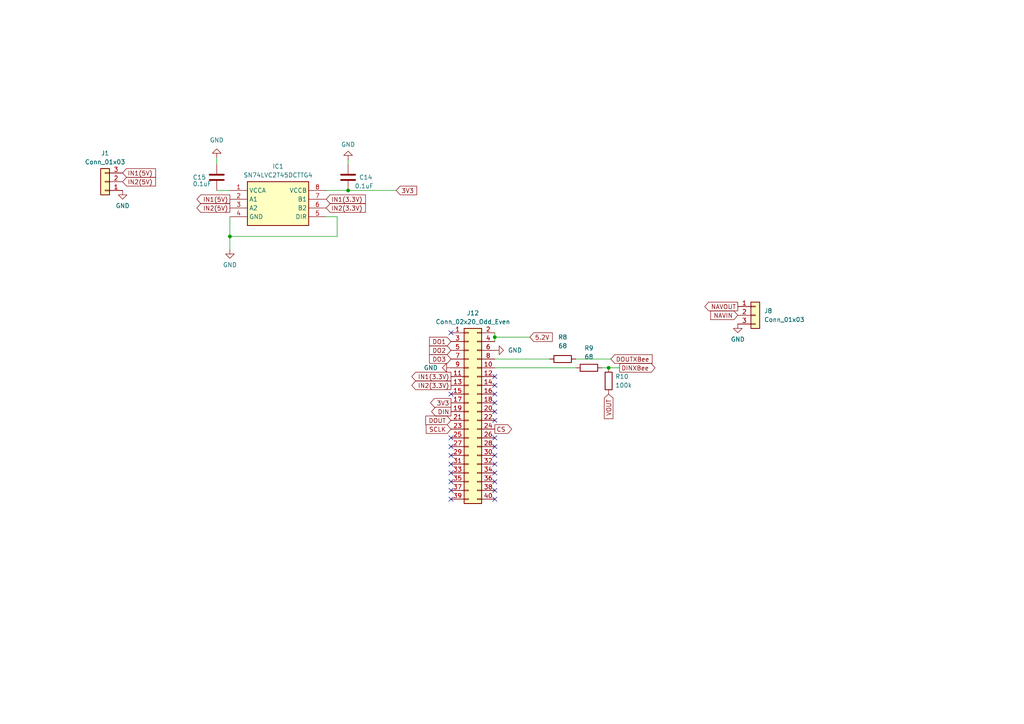
<source format=kicad_sch>
(kicad_sch (version 20230121) (generator eeschema)
  (paper "A4")
  (lib_symbols
    (symbol "Connector_Generic:Conn_01x03" (pin_names (offset 1.016) hide)
      (property "Reference" "J" (at 0 5.08 0))
      (property "Value" "Conn_01x03" (at 0 -5.08 0))
      (symbol "Conn_01x03_1_1"
        (rectangle (start -1.27 -2.413) (end 0 -2.667) (stroke (width 0.1524)))
        (rectangle (start -1.27 0.127) (end 0 -0.127) (stroke (width 0.1524)))
        (rectangle (start -1.27 2.667) (end 0 2.413) (stroke (width 0.1524)))
        (rectangle (start -1.27 3.81) (end 1.27 -3.81) (stroke (width 0.254)) (fill (type background)))
        (pin passive line (at -5.08 2.54 0) (length 3.81) (name "Pin_1") (number "1"))
        (pin passive line (at -5.08 0 0) (length 3.81) (name "Pin_2") (number "2"))
        (pin passive line (at -5.08 -2.54 0) (length 3.81) (name "Pin_3") (number "3"))
      )
    )
    (symbol "Connector_Generic:Conn_02x20_Odd_Even" (pin_names (offset 1.016) hide)
      (property "Reference" "J" (at 1.27 25.4 0))
      (property "Value" "Conn_02x20_Odd_Even" (at 1.27 -27.94 0))
      (symbol "Conn_02x20_Odd_Even_1_1"
        (rectangle (start -1.27 -25.273) (end 0 -25.527) (stroke (width 0.1524)))
        (rectangle (start -1.27 -22.733) (end 0 -22.987) (stroke (width 0.1524)))
        (rectangle (start -1.27 -20.193) (end 0 -20.447) (stroke (width 0.1524)))
        (rectangle (start -1.27 -17.653) (end 0 -17.907) (stroke (width 0.1524)))
        (rectangle (start -1.27 -15.113) (end 0 -15.367) (stroke (width 0.1524)))
        (rectangle (start -1.27 -12.573) (end 0 -12.827) (stroke (width 0.1524)))
        (rectangle (start -1.27 -10.033) (end 0 -10.287) (stroke (width 0.1524)))
        (rectangle (start -1.27 -7.493) (end 0 -7.747) (stroke (width 0.1524)))
        (rectangle (start -1.27 -4.953) (end 0 -5.207) (stroke (width 0.1524)))
        (rectangle (start -1.27 -2.413) (end 0 -2.667) (stroke (width 0.1524)))
        (rectangle (start -1.27 0.127) (end 0 -0.127) (stroke (width 0.1524)))
        (rectangle (start -1.27 2.667) (end 0 2.413) (stroke (width 0.1524)))
        (rectangle (start -1.27 5.207) (end 0 4.953) (stroke (width 0.1524)))
        (rectangle (start -1.27 7.747) (end 0 7.493) (stroke (width 0.1524)))
        (rectangle (start -1.27 10.287) (end 0 10.033) (stroke (width 0.1524)))
        (rectangle (start -1.27 12.827) (end 0 12.573) (stroke (width 0.1524)))
        (rectangle (start -1.27 15.367) (end 0 15.113) (stroke (width 0.1524)))
        (rectangle (start -1.27 17.907) (end 0 17.653) (stroke (width 0.1524)))
        (rectangle (start -1.27 20.447) (end 0 20.193) (stroke (width 0.1524)))
        (rectangle (start -1.27 22.987) (end 0 22.733) (stroke (width 0.1524)))
        (rectangle (start -1.27 24.13) (end 3.81 -26.67) (stroke (width 0.254)) (fill (type background)))
        (rectangle (start 3.81 -25.273) (end 2.54 -25.527) (stroke (width 0.1524)))
        (rectangle (start 3.81 -22.733) (end 2.54 -22.987) (stroke (width 0.1524)))
        (rectangle (start 3.81 -20.193) (end 2.54 -20.447) (stroke (width 0.1524)))
        (rectangle (start 3.81 -17.653) (end 2.54 -17.907) (stroke (width 0.1524)))
        (rectangle (start 3.81 -15.113) (end 2.54 -15.367) (stroke (width 0.1524)))
        (rectangle (start 3.81 -12.573) (end 2.54 -12.827) (stroke (width 0.1524)))
        (rectangle (start 3.81 -10.033) (end 2.54 -10.287) (stroke (width 0.1524)))
        (rectangle (start 3.81 -7.493) (end 2.54 -7.747) (stroke (width 0.1524)))
        (rectangle (start 3.81 -4.953) (end 2.54 -5.207) (stroke (width 0.1524)))
        (rectangle (start 3.81 -2.413) (end 2.54 -2.667) (stroke (width 0.1524)))
        (rectangle (start 3.81 0.127) (end 2.54 -0.127) (stroke (width 0.1524)))
        (rectangle (start 3.81 2.667) (end 2.54 2.413) (stroke (width 0.1524)))
        (rectangle (start 3.81 5.207) (end 2.54 4.953) (stroke (width 0.1524)))
        (rectangle (start 3.81 7.747) (end 2.54 7.493) (stroke (width 0.1524)))
        (rectangle (start 3.81 10.287) (end 2.54 10.033) (stroke (width 0.1524)))
        (rectangle (start 3.81 12.827) (end 2.54 12.573) (stroke (width 0.1524)))
        (rectangle (start 3.81 15.367) (end 2.54 15.113) (stroke (width 0.1524)))
        (rectangle (start 3.81 17.907) (end 2.54 17.653) (stroke (width 0.1524)))
        (rectangle (start 3.81 20.447) (end 2.54 20.193) (stroke (width 0.1524)))
        (rectangle (start 3.81 22.987) (end 2.54 22.733) (stroke (width 0.1524)))
        (pin passive line (at -5.08 22.86 0) (length 3.81) (name "Pin_1") (number "1"))
        (pin passive line (at 7.62 12.7 180) (length 3.81) (name "Pin_10") (number "10"))
        (pin passive line (at -5.08 10.16 0) (length 3.81) (name "Pin_11") (number "11"))
        (pin passive line (at 7.62 10.16 180) (length 3.81) (name "Pin_12") (number "12"))
        (pin passive line (at -5.08 7.62 0) (length 3.81) (name "Pin_13") (number "13"))
        (pin passive line (at 7.62 7.62 180) (length 3.81) (name "Pin_14") (number "14"))
        (pin passive line (at -5.08 5.08 0) (length 3.81) (name "Pin_15") (number "15"))
        (pin passive line (at 7.62 5.08 180) (length 3.81) (name "Pin_16") (number "16"))
        (pin passive line (at -5.08 2.54 0) (length 3.81) (name "Pin_17") (number "17"))
        (pin passive line (at 7.62 2.54 180) (length 3.81) (name "Pin_18") (number "18"))
        (pin passive line (at -5.08 0 0) (length 3.81) (name "Pin_19") (number "19"))
        (pin passive line (at 7.62 22.86 180) (length 3.81) (name "Pin_2") (number "2"))
        (pin passive line (at 7.62 0 180) (length 3.81) (name "Pin_20") (number "20"))
        (pin passive line (at -5.08 -2.54 0) (length 3.81) (name "Pin_21") (number "21"))
        (pin passive line (at 7.62 -2.54 180) (length 3.81) (name "Pin_22") (number "22"))
        (pin passive line (at -5.08 -5.08 0) (length 3.81) (name "Pin_23") (number "23"))
        (pin passive line (at 7.62 -5.08 180) (length 3.81) (name "Pin_24") (number "24"))
        (pin passive line (at -5.08 -7.62 0) (length 3.81) (name "Pin_25") (number "25"))
        (pin passive line (at 7.62 -7.62 180) (length 3.81) (name "Pin_26") (number "26"))
        (pin passive line (at -5.08 -10.16 0) (length 3.81) (name "Pin_27") (number "27"))
        (pin passive line (at 7.62 -10.16 180) (length 3.81) (name "Pin_28") (number "28"))
        (pin passive line (at -5.08 -12.7 0) (length 3.81) (name "Pin_29") (number "29"))
        (pin passive line (at -5.08 20.32 0) (length 3.81) (name "Pin_3") (number "3"))
        (pin passive line (at 7.62 -12.7 180) (length 3.81) (name "Pin_30") (number "30"))
        (pin passive line (at -5.08 -15.24 0) (length 3.81) (name "Pin_31") (number "31"))
        (pin passive line (at 7.62 -15.24 180) (length 3.81) (name "Pin_32") (number "32"))
        (pin passive line (at -5.08 -17.78 0) (length 3.81) (name "Pin_33") (number "33"))
        (pin passive line (at 7.62 -17.78 180) (length 3.81) (name "Pin_34") (number "34"))
        (pin passive line (at -5.08 -20.32 0) (length 3.81) (name "Pin_35") (number "35"))
        (pin passive line (at 7.62 -20.32 180) (length 3.81) (name "Pin_36") (number "36"))
        (pin passive line (at -5.08 -22.86 0) (length 3.81) (name "Pin_37") (number "37"))
        (pin passive line (at 7.62 -22.86 180) (length 3.81) (name "Pin_38") (number "38"))
        (pin passive line (at -5.08 -25.4 0) (length 3.81) (name "Pin_39") (number "39"))
        (pin passive line (at 7.62 20.32 180) (length 3.81) (name "Pin_4") (number "4"))
        (pin passive line (at 7.62 -25.4 180) (length 3.81) (name "Pin_40") (number "40"))
        (pin passive line (at -5.08 17.78 0) (length 3.81) (name "Pin_5") (number "5"))
        (pin passive line (at 7.62 17.78 180) (length 3.81) (name "Pin_6") (number "6"))
        (pin passive line (at -5.08 15.24 0) (length 3.81) (name "Pin_7") (number "7"))
        (pin passive line (at 7.62 15.24 180) (length 3.81) (name "Pin_8") (number "8"))
        (pin passive line (at -5.08 12.7 0) (length 3.81) (name "Pin_9") (number "9"))
      )
    )
    (symbol "Device:C" (pin_numbers hide) (pin_names (offset 0.254))
      (property "Reference" "C" (at 0.635 2.54 0))
      (property "Value" "C" (at 0.635 -2.54 0))
      (symbol "C_0_1"
        (polyline (pts (xy -2.032 -0.762) (xy 2.032 -0.762)) (stroke (width 0.508)))
        (polyline (pts (xy -2.032 0.762) (xy 2.032 0.762)) (stroke (width 0.508)))
      )
      (symbol "C_1_1"
        (pin passive line (at 0 3.81 270) (length 2.794) (name "~") (number "1"))
        (pin passive line (at 0 -3.81 90) (length 2.794) (name "~") (number "2"))
      )
    )
    (symbol "Device:R" (pin_numbers hide) (pin_names (offset 0))
      (property "Reference" "R" (at 2.032 0 90))
      (property "Value" "R" (at 0 0 90))
      (symbol "R_0_1"
        (rectangle (start -1.016 -2.54) (end 1.016 2.54) (stroke (width 0.254)))
      )
      (symbol "R_1_1"
        (pin passive line (at 0 3.81 270) (length 1.27) (name "~") (number "1"))
        (pin passive line (at 0 -3.81 90) (length 1.27) (name "~") (number "2"))
      )
    )
    (symbol "Logic_LevelTranslator:SN74LVC2T45DCTTG4"
      (property "Reference" "IC" (at 24.13 7.62 0))
      (property "Value" "SN74LVC2T45DCTTG4" (at 24.13 5.08 0))
      (symbol "SN74LVC2T45DCTTG4_1_1"
        (rectangle (start 5.08 2.54) (end 22.86 -10.16) (stroke (width 0.254)) (fill (type background)))
        (pin passive line (at 0 0 0) (length 5.08) (name "VCCA") (number "1"))
        (pin passive line (at 0 -2.54 0) (length 5.08) (name "A1") (number "2"))
        (pin passive line (at 0 -5.08 0) (length 5.08) (name "A2") (number "3"))
        (pin passive line (at 0 -7.62 0) (length 5.08) (name "GND") (number "4"))
        (pin passive line (at 27.94 -7.62 180) (length 5.08) (name "DIR") (number "5"))
        (pin passive line (at 27.94 -5.08 180) (length 5.08) (name "B2") (number "6"))
        (pin passive line (at 27.94 -2.54 180) (length 5.08) (name "B1") (number "7"))
        (pin passive line (at 27.94 0 180) (length 5.08) (name "VCCB") (number "8"))
      )
    )
    (symbol "power:GND" (power) (pin_names (offset 0))
      (property "Value" "GND" (at 0 -3.81 0))
      (symbol "GND_0_1"
        (polyline (pts (xy 0 0) (xy 0 -1.27) (xy 1.27 -1.27) (xy 0 -2.54) (xy -1.27 -1.27) (xy 0 -1.27)))
      )
      (symbol "GND_1_1"
        (pin power_in line (at 0 0 270) (length 0) hide (name "GND") (number "1"))
      )
    )
  )
  (junction (at 143.51 97.79))
  (junction (at 100.965 55.245))
  (junction (at 66.675 68.58))
  (junction (at 176.53 106.68))
  (no_connect (at 130.81 137.16))
  (no_connect (at 143.51 142.24))
  (no_connect (at 143.51 111.76))
  (no_connect (at 130.81 127))
  (no_connect (at 143.51 121.92))
  (no_connect (at 130.81 139.7))
  (no_connect (at 143.51 119.38))
  (no_connect (at 143.51 144.78))
  (no_connect (at 130.81 96.52))
  (no_connect (at 143.51 114.3))
  (no_connect (at 130.81 114.3))
  (no_connect (at 143.51 129.54))
  (no_connect (at 130.81 142.24))
  (no_connect (at 130.81 129.54))
  (no_connect (at 143.51 109.22))
  (no_connect (at 130.81 144.78))
  (no_connect (at 130.81 134.62))
  (no_connect (at 143.51 127))
  (no_connect (at 143.51 139.7))
  (no_connect (at 143.51 134.62))
  (no_connect (at 143.51 132.08))
  (no_connect (at 143.51 137.16))
  (no_connect (at 143.51 116.84))
  (no_connect (at 130.81 132.08))
  (wire (pts (xy 143.51 97.79) (xy 143.51 99.06)))
  (wire (pts (xy 143.51 97.79) (xy 153.67 97.79)))
  (wire (pts (xy 66.675 68.58) (xy 66.675 72.39)))
  (wire (pts (xy 66.675 62.865) (xy 66.675 68.58)))
  (wire (pts (xy 167.005 106.68) (xy 143.51 106.68)))
  (wire (pts (xy 176.53 106.68) (xy 174.625 106.68)))
  (wire (pts (xy 179.705 106.68) (xy 176.53 106.68)))
  (wire (pts (xy 62.865 47.625) (xy 62.865 45.72)))
  (wire (pts (xy 177.165 104.14) (xy 167.005 104.14)))
  (wire (pts (xy 100.965 47.625) (xy 100.965 46.355)))
  (wire (pts (xy 97.79 62.865) (xy 97.79 68.58)))
  (wire (pts (xy 100.965 55.245) (xy 114.935 55.245)))
  (wire (pts (xy 94.615 62.865) (xy 97.79 62.865)))
  (wire (pts (xy 143.51 96.52) (xy 143.51 97.79)))
  (wire (pts (xy 159.385 104.14) (xy 143.51 104.14)))
  (wire (pts (xy 62.865 55.245) (xy 66.675 55.245)))
  (wire (pts (xy 94.615 55.245) (xy 100.965 55.245)))
  (wire (pts (xy 97.79 68.58) (xy 66.675 68.58)))
  (global_label "DO2" (shape input) (at 130.81 101.6 180) (property "Intersheetrefs" "${INTERSHEET_REFS}" (effects hide)))
  (global_label "IN2(5V)" (shape output) (at 66.675 60.325 180) (property "Intersheetrefs" "${INTERSHEET_REFS}" (effects hide)))
  (global_label "SCLK" (shape input) (at 130.81 124.46 180) (property "Intersheetrefs" "${INTERSHEET_REFS}" (effects hide)))
  (global_label "DINXBee" (shape output) (at 179.705 106.68 0) (property "Intersheetrefs" "${INTERSHEET_REFS}" (effects hide)))
  (global_label "CS" (shape output) (at 143.51 124.46 0) (property "Intersheetrefs" "${INTERSHEET_REFS}" (effects hide)))
  (global_label "3V3" (shape output) (at 130.81 116.84 180) (property "Intersheetrefs" "${INTERSHEET_REFS}" (effects hide)))
  (global_label "IN1(3.3V)" (shape output) (at 130.81 109.22 180) (property "Intersheetrefs" "${INTERSHEET_REFS}" (effects hide)))
  (global_label "DO1" (shape input) (at 130.81 99.06 180) (property "Intersheetrefs" "${INTERSHEET_REFS}" (effects hide)))
  (global_label "NAVOUT" (shape output) (at 213.995 88.9 180) (property "Intersheetrefs" "${INTERSHEET_REFS}" (effects hide)))
  (global_label "DO3" (shape input) (at 130.81 104.14 180) (property "Intersheetrefs" "${INTERSHEET_REFS}" (effects hide)))
  (global_label "IN1(5V)" (shape output) (at 66.675 57.785 180) (property "Intersheetrefs" "${INTERSHEET_REFS}" (effects hide)))
  (global_label "VOUT" (shape input) (at 176.53 114.3 270) (property "Intersheetrefs" "${INTERSHEET_REFS}" (effects hide)))
  (global_label "NAVIN" (shape input) (at 213.995 91.44 180) (property "Intersheetrefs" "${INTERSHEET_REFS}" (effects hide)))
  (global_label "IN1(5V)" (shape input) (at 35.56 50.165 0) (property "Intersheetrefs" "${INTERSHEET_REFS}" (effects hide)))
  (global_label "IN2(3.3V)" (shape output) (at 130.81 111.76 180) (property "Intersheetrefs" "${INTERSHEET_REFS}" (effects hide)))
  (global_label "IN2(3.3V)" (shape input) (at 94.615 60.325 0) (property "Intersheetrefs" "${INTERSHEET_REFS}" (effects hide)))
  (global_label "3V3" (shape input) (at 114.935 55.245 0) (property "Intersheetrefs" "${INTERSHEET_REFS}" (effects hide)))
  (global_label "5.2V" (shape input) (at 153.67 97.79 0) (property "Intersheetrefs" "${INTERSHEET_REFS}" (effects hide)))
  (global_label "DOUTXBee" (shape input) (at 177.165 104.14 0) (property "Intersheetrefs" "${INTERSHEET_REFS}" (effects hide)))
  (global_label "IN2(5V)" (shape input) (at 35.56 52.705 0) (property "Intersheetrefs" "${INTERSHEET_REFS}" (effects hide)))
  (global_label "DIN" (shape output) (at 130.81 119.38 180) (property "Intersheetrefs" "${INTERSHEET_REFS}" (effects hide)))
  (global_label "IN1(3.3V)" (shape input) (at 94.615 57.785 0) (property "Intersheetrefs" "${INTERSHEET_REFS}" (effects hide)))
  (global_label "DOUT" (shape input) (at 130.81 121.92 180) (property "Intersheetrefs" "${INTERSHEET_REFS}" (effects hide)))
  (symbol (lib_id "power:GND") (at 130.81 106.68 270) (unit 1)
    (property "Reference" "#PWR058" (effects hide))
    (property "Value" "GND" (at 127 106.68 90) (effects (justify right)))
    (instances (project "mainbox1.0" (path "" (reference "#PWR058") (unit 1))) (project "mainbox2.0" (path "" (reference "#PWR057") (unit 1))) (project "Mainboard_priv" (path "" (reference "#PWR045") (unit 1)) (path "" (reference "#PWR01") (unit 1))))
  )
  (symbol (lib_id "Logic_LevelTranslator:SN74LVC2T45DCTTG4") (at 66.675 55.245 0) (unit 1)
    (property "Reference" "IC1" (at 80.645 48.26 0))
    (property "Value" "SN74LVC2T45DCTTG4" (at 80.645 50.8 0))
    (property "Datasheet" "https://www.ti.com/lit/gpn/sn74lvc2t45" (effects hide))
    (property "Height" "1.3" (effects hide))
    (property "Mouser Part Number" "595-N74LVC2T45DCTTG4" (effects hide))
    (property "Mouser Price/Stock" "https://www.mouser.co.uk/ProductDetail/Texas-Instruments/SN74LVC2T45DCTTG4?qs=XGzIaZb%2FFYLbZIU5ydXfng%3D%3D" (effects hide))
    (property "Manufacturer_Name" "Texas Instruments" (effects hide))
    (property "Manufacturer_Part_Number" "SN74LVC2T45DCTTG4" (effects hide))
  )
  (symbol (lib_id "power:GND") (at 213.995 93.98 0) (unit 1)
    (property "Reference" "#PWR014" (effects hide))
    (property "Value" "GND" (at 213.995 98.425 0))
  )
  (symbol (lib_id "power:GND") (at 143.51 101.6 90) (unit 1)
    (property "Reference" "#PWR059" (effects hide))
    (property "Value" "GND" (at 147.32 101.6 90) (effects (justify right)))
    (instances (project "mainbox1.0" (path "" (reference "#PWR059") (unit 1))) (project "mainbox2.0" (path "" (reference "#PWR058") (unit 1))) (project "Mainboard_priv" (path "" (reference "#PWR045") (unit 1)) (path "" (reference "#PWR01") (unit 1))))
  )
  (symbol (lib_id "Connector_Generic:Conn_01x03") (at 219.075 91.44 0) (unit 1)
    (property "Reference" "J8" (at 221.615 90.17 0) (effects (justify left)))
    (property "Value" "Conn_01x03" (at 221.615 92.71 0) (effects (justify left)))
  )
  (symbol (lib_id "power:GND") (at 62.865 45.72 180) (unit 1)
    (property "Reference" "#PWR02" (effects hide))
    (property "Value" "GND" (at 62.865 40.64 0))
  )
  (symbol (lib_id "Connector_Generic:Conn_02x20_Odd_Even") (at 135.89 119.38 0) (unit 1)
    (property "Reference" "J12" (at 137.16 90.805 0))
    (property "Value" "Conn_02x20_Odd_Even" (at 137.16 93.345 0))
    (property "Footprint" "Connector_PinHeader_2.54mm:PinHeader_2x20_P2.54mm_Vertical" (effects hide))
    (instances (project "mainbox1.0" (path "" (reference "J12") (unit 1))) (project "mainbox2.0" (path "" (reference "J10") (unit 1))))
  )
  (symbol (lib_id "Connector_Generic:Conn_01x03") (at 30.48 52.705 180) (unit 1)
    (property "Reference" "J1" (at 30.48 44.45 0))
    (property "Value" "Conn_01x03" (at 30.48 46.99 0))
  )
  (symbol (lib_id "Device:R") (at 170.815 106.68 270) (unit 1)
    (property "Reference" "R9" (at 170.815 100.965 90))
    (property "Value" "68" (at 170.815 103.505 90))
    (property "Footprint" "Resistor_SMD:R_0603_1608Metric" (effects hide))
    (instances (project "mainbox1.0" (path "" (reference "R9") (unit 1))) (project "mainbox2.0" (path "" (reference "R6") (unit 1))) (project "Mainboard_priv" (path "" (reference "R4") (unit 1))))
  )
  (symbol (lib_id "Device:C") (at 100.965 51.435 0) (unit 1)
    (property "Reference" "C14" (at 104.14 51.435 0) (effects (justify left)))
    (property "Value" "0.1uF" (at 102.87 53.975 0) (effects (justify left)))
  )
  (symbol (lib_id "power:GND") (at 35.56 55.245 0) (unit 1)
    (property "Reference" "#PWR01" (effects hide))
    (property "Value" "GND" (at 35.56 59.69 0))
  )
  (symbol (lib_id "power:GND") (at 100.965 46.355 180) (unit 1)
    (property "Reference" "#PWR03" (effects hide))
    (property "Value" "GND" (at 100.965 41.91 0))
  )
  (symbol (lib_id "power:GND") (at 66.675 72.39 0) (unit 1)
    (property "Reference" "#PWR013" (effects hide))
    (property "Value" "GND" (at 66.675 76.835 0))
  )
  (symbol (lib_id "Device:C") (at 62.865 51.435 0) (unit 1)
    (property "Reference" "C15" (at 55.88 51.435 0) (effects (justify left)))
    (property "Value" "0.1uF" (at 55.88 53.34 0) (effects (justify left)))
  )
  (symbol (lib_id "Device:R") (at 163.195 104.14 90) (unit 1)
    (property "Reference" "R8" (at 163.195 97.79 90))
    (property "Value" "68" (at 163.195 100.33 90))
    (property "Footprint" "Resistor_SMD:R_0603_1608Metric" (effects hide))
    (instances (project "mainbox1.0" (path "" (reference "R8") (unit 1))) (project "mainbox2.0" (path "" (reference "R5") (unit 1))) (project "Mainboard_priv" (path "" (reference "R1") (unit 1))))
  )
  (symbol (lib_id "Device:R") (at 176.53 110.49 0) (unit 1)
    (property "Reference" "R10" (at 178.435 109.22 0) (effects (justify left)))
    (property "Value" "100k" (at 178.435 111.76 0) (effects (justify left)))
    (property "Footprint" "Resistor_SMD:R_0603_1608Metric" (effects hide))
    (instances (project "mainbox1.0" (path "" (reference "R10") (unit 1))) (project "mainbox2.0" (path "" (reference "R7") (unit 1))) (project "Mainboard_priv" (path "" (reference "R3") (unit 1))))
  )
)
</source>
